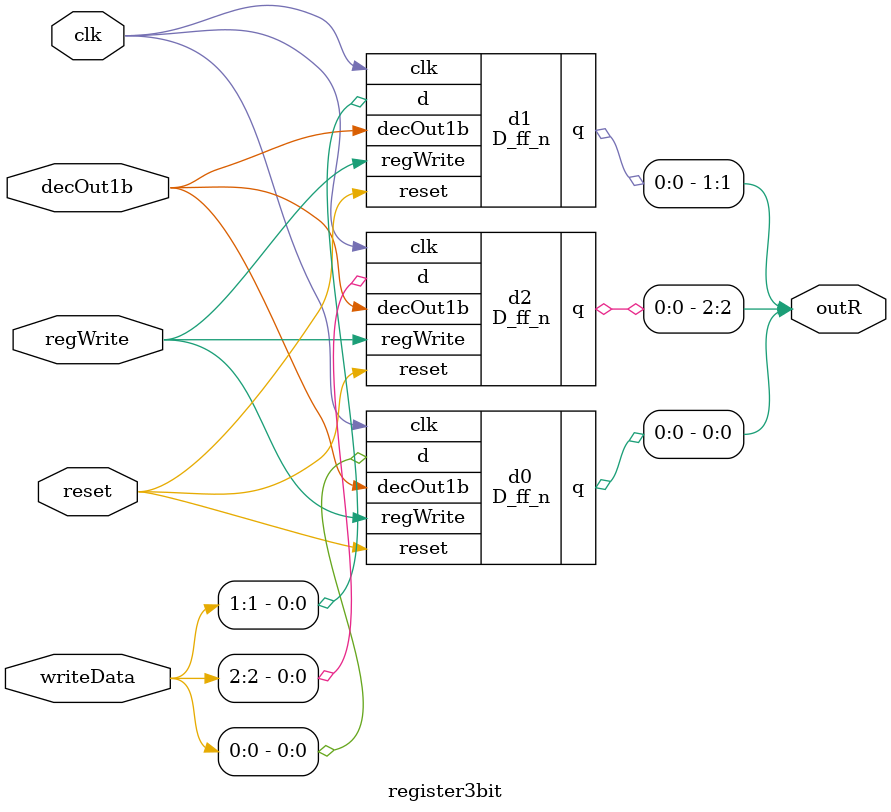
<source format=v>
module D_ff_n(input clk, input reset, input regWrite, input decOut1b, input d, output reg q);
	always @ (negedge clk)
	begin
	if(reset==1'b1)
		q=0;
	else
		if(regWrite == 1'b1 && decOut1b==1'b1) begin q=d; end
	end
endmodule

//FOr accomodating flush
module D_ff_n_1(input clk, input reset, input flush, input regWrite, input decOut1b, input d, output reg q);
	always @ (negedge clk)
	begin
	if(reset==1'b1 || flush==1'b1)
		q=0;
	else
		if(regWrite == 1'b1 && decOut1b==1'b1) begin q=d; end
	end
endmodule

//Register 32 bit
module register32bit_n( input clk, input reset, input regWrite, input decOut1b, input [31:0] writeData, output  [31:0] outR );
	D_ff_n d0(clk, reset, regWrite, decOut1b, writeData[0], outR[0]);
	D_ff_n d1(clk, reset, regWrite, decOut1b, writeData[1], outR[1]);
	D_ff_n d2(clk, reset, regWrite, decOut1b, writeData[2], outR[2]);
	D_ff_n d3(clk, reset, regWrite, decOut1b, writeData[3], outR[3]);
	D_ff_n d4(clk, reset, regWrite, decOut1b, writeData[4], outR[4]);
	D_ff_n d5(clk, reset, regWrite, decOut1b, writeData[5], outR[5]);
	D_ff_n d6(clk, reset, regWrite, decOut1b, writeData[6], outR[6]);
	D_ff_n d7(clk, reset, regWrite, decOut1b, writeData[7], outR[7]);
	D_ff_n d8(clk, reset, regWrite, decOut1b, writeData[8], outR[8]);
	D_ff_n d9(clk, reset, regWrite, decOut1b, writeData[9], outR[9]);
	D_ff_n d10(clk, reset, regWrite, decOut1b, writeData[10], outR[10]);
	D_ff_n d11(clk, reset, regWrite, decOut1b, writeData[11], outR[11]);
	D_ff_n d12(clk, reset, regWrite, decOut1b, writeData[12], outR[12]);
	D_ff_n d13(clk, reset, regWrite, decOut1b, writeData[13], outR[13]);
	D_ff_n d14(clk, reset, regWrite, decOut1b, writeData[14], outR[14]);
	D_ff_n d15(clk, reset, regWrite, decOut1b, writeData[15], outR[15]);
	D_ff_n d16(clk, reset, regWrite, decOut1b, writeData[16], outR[16]);
	D_ff_n d17(clk, reset, regWrite, decOut1b, writeData[17], outR[17]);
	D_ff_n d18(clk, reset, regWrite, decOut1b, writeData[18], outR[18]);
	D_ff_n d19(clk, reset, regWrite, decOut1b, writeData[19], outR[19]);
	D_ff_n d20(clk, reset, regWrite, decOut1b, writeData[20], outR[20]);
	D_ff_n d21(clk, reset, regWrite, decOut1b, writeData[21], outR[21]);
	D_ff_n d22(clk, reset, regWrite, decOut1b, writeData[22], outR[22]);
	D_ff_n d23(clk, reset, regWrite, decOut1b, writeData[23], outR[23]);
	D_ff_n d24(clk, reset, regWrite, decOut1b, writeData[24], outR[24]);
	D_ff_n d25(clk, reset, regWrite, decOut1b, writeData[25], outR[25]);
	D_ff_n d26(clk, reset, regWrite, decOut1b, writeData[26], outR[26]);
	D_ff_n d27(clk, reset, regWrite, decOut1b, writeData[27], outR[27]);
	D_ff_n d28(clk, reset, regWrite, decOut1b, writeData[28], outR[28]);
	D_ff_n d29(clk, reset, regWrite, decOut1b, writeData[29], outR[29]);
	D_ff_n d30(clk, reset, regWrite, decOut1b, writeData[30], outR[30]);
	D_ff_n d31(clk, reset, regWrite, decOut1b, writeData[31], outR[31]);
endmodule

//Register 32 bit with flush

module register32bit_n_1( input clk, input reset, input flush, input regWrite, input decOut1b, input [31:0] writeData, output  [31:0] outR );
	D_ff_n_1 d0(clk, reset, flush, regWrite, decOut1b, writeData[0], outR[0]);
	D_ff_n_1 d1(clk, reset, flush, regWrite, decOut1b, writeData[1], outR[1]);
	D_ff_n_1 d2(clk, reset, flush, regWrite, decOut1b, writeData[2], outR[2]);
	D_ff_n_1 d3(clk, reset, flush, regWrite, decOut1b, writeData[3], outR[3]);
	D_ff_n_1 d4(clk, reset, flush, regWrite, decOut1b, writeData[4], outR[4]);
	D_ff_n_1 d5(clk, reset, flush, regWrite, decOut1b, writeData[5], outR[5]);
	D_ff_n_1 d6(clk, reset, flush, regWrite, decOut1b, writeData[6], outR[6]);
	D_ff_n_1 d7(clk, reset, flush, regWrite, decOut1b, writeData[7], outR[7]);
	D_ff_n_1 d8(clk, reset, flush, regWrite, decOut1b, writeData[8], outR[8]);
	D_ff_n_1 d9(clk, reset, flush, regWrite, decOut1b, writeData[9], outR[9]);
	D_ff_n_1 d10(clk, reset, flush, regWrite, decOut1b, writeData[10], outR[10]);
	D_ff_n_1 d11(clk, reset, flush, regWrite, decOut1b, writeData[11], outR[11]);
	D_ff_n_1 d12(clk, reset, flush, regWrite, decOut1b, writeData[12], outR[12]);
	D_ff_n_1 d13(clk, reset, flush, regWrite, decOut1b, writeData[13], outR[13]);
	D_ff_n_1 d14(clk, reset, flush, regWrite, decOut1b, writeData[14], outR[14]);
	D_ff_n_1 d15(clk, reset, flush, regWrite, decOut1b, writeData[15], outR[15]);
	D_ff_n_1 d16(clk, reset, flush, regWrite, decOut1b, writeData[16], outR[16]);
	D_ff_n_1 d17(clk, reset, flush, regWrite, decOut1b, writeData[17], outR[17]);
	D_ff_n_1 d18(clk, reset, flush, regWrite, decOut1b, writeData[18], outR[18]);
	D_ff_n_1 d19(clk, reset, flush, regWrite, decOut1b, writeData[19], outR[19]);
	D_ff_n_1 d20(clk, reset, flush, regWrite, decOut1b, writeData[20], outR[20]);
	D_ff_n_1 d21(clk, reset, flush, regWrite, decOut1b, writeData[21], outR[21]);
	D_ff_n_1 d22(clk, reset, flush, regWrite, decOut1b, writeData[22], outR[22]);
	D_ff_n_1 d23(clk, reset, flush, regWrite, decOut1b, writeData[23], outR[23]);
	D_ff_n_1 d24(clk, reset, flush, regWrite, decOut1b, writeData[24], outR[24]);
	D_ff_n_1 d25(clk, reset, flush, regWrite, decOut1b, writeData[25], outR[25]);
	D_ff_n_1 d26(clk, reset, flush, regWrite, decOut1b, writeData[26], outR[26]);
	D_ff_n_1 d27(clk, reset, flush, regWrite, decOut1b, writeData[27], outR[27]);
	D_ff_n_1 d28(clk, reset, flush, regWrite, decOut1b, writeData[28], outR[28]);
	D_ff_n_1 d29(clk, reset, flush, regWrite, decOut1b, writeData[29], outR[29]);
	D_ff_n_1 d30(clk, reset, flush, regWrite, decOut1b, writeData[30], outR[30]);
	D_ff_n_1 d31(clk, reset, flush, regWrite, decOut1b, writeData[31], outR[31]);
endmodule
module register1bit_flag( input clk, input reset, input regWrite, input decOut1b, input writeData, output outR );
	D_ff_flag d0(clk, reset, regWrite, decOut1b, writeData, outR);
endmodule

module register2bit( input clk, input reset, input regWrite, input decOut1b, input [1:0]writeData, output [1:0] outR );
	D_ff_n d0(clk, reset, regWrite, decOut1b, writeData[0], outR[0]);
	D_ff_n d1(clk, reset, regWrite, decOut1b, writeData[1], outR[1]);
endmodule

module register3bit( input clk, input reset, input regWrite, input decOut1b, input [2:0]writeData, output [2:0] outR );
	D_ff_n d0(clk, reset, regWrite, decOut1b, writeData[0], outR[0]);
	D_ff_n d1(clk, reset, regWrite, decOut1b, writeData[1], outR[1]);
	D_ff_n d2(clk, reset, regWrite, decOut1b, writeData[2], outR[2]);
endmodule


</source>
